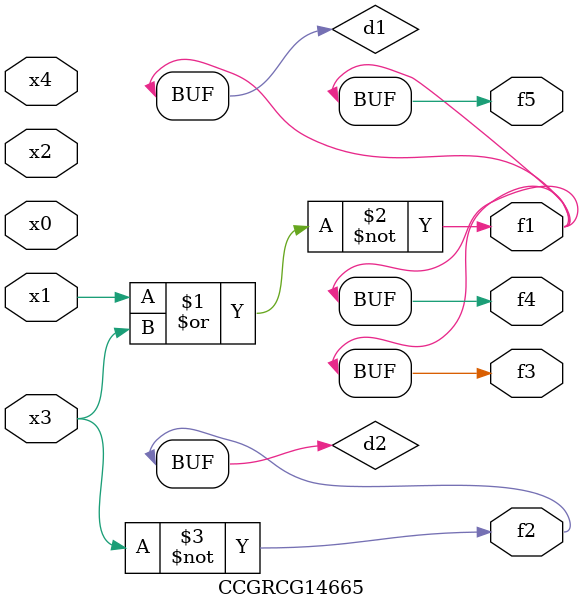
<source format=v>
module CCGRCG14665(
	input x0, x1, x2, x3, x4,
	output f1, f2, f3, f4, f5
);

	wire d1, d2;

	nor (d1, x1, x3);
	not (d2, x3);
	assign f1 = d1;
	assign f2 = d2;
	assign f3 = d1;
	assign f4 = d1;
	assign f5 = d1;
endmodule

</source>
